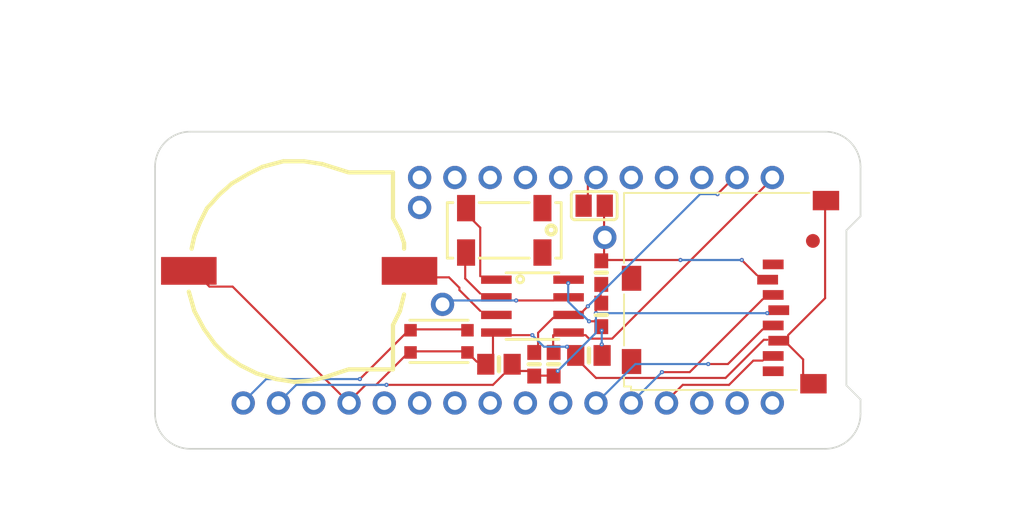
<source format=kicad_pcb>
(kicad_pcb (version 20221018) (generator pcbnew)
  (layers (0 "F.Cu" signal "Top") (31 "B.Cu" signal "Bottom") (34 "B.Paste" user) (35 "F.Paste" user) (36 "B.SilkS" user "B.Silkscreen") (37 "F.SilkS" user "F.Silkscreen") (38 "B.Mask" user) (39 "F.Mask" user) (44 "Edge.Cuts" user))
  (net 0 "")
  (net 1 "G")
  (net 2 "TX")
  (net 3 "RX")
  (net 4 "F")
  (net 5 "E")
  (net 6 "D")
  (net 7 "C")
  (net 8 "B")
  (net 9 "A")
  (net 10 "AREF")
  (net 11 "USB")
  (net 12 "N")
  (net 13 "M")
  (net 14 "L")
  (net 15 "J")
  (net 16 "I")
  (net 17 "H")
  (net 18 "SCL")
  (net 19 "SDA")
  (net 20 "GND")
  (net 21 "MOSI")
  (net 22 "MISO")
  (net 23 "SCK")
  (net 24 "+3V3")
  (net 25 "SD_CS")
  (net 26 "RESET")
  (net 27 "N$7")
  (net 28 "N$8")
  (net 29 "VBAT")
  (net 30 "EN")
  (net 31 "CR1220")
  (net 32 "INT1")
  (net 33 "CS")
  (net 34 "N$1")
  (footprint "MICROSD" (layer "F.Cu") (at 167.132 105.156 90)
    (fp_text reference "X4" hide)
    (fp_text value "microsd" hide)
    (fp_line (start -7.035 -9.76) (end -7.035 2.19) (layer "F.SilkS") (stroke (width 0.127)))
    (fp_line (start -6.785 -10.26) (end -6.785 -9.76) (layer "F.SilkS") (stroke (width 0.127)))
    (fp_line (start -6.785 -9.76) (end -7.035 -9.76) (layer "F.SilkS") (stroke (width 0.127)))
    (fp_line (start -6.135 -10.26) (end -6.785 -10.26) (layer "F.SilkS") (stroke (width 0.127)))
    (fp_line (start -3.835 -10.26) (end -0.135 -10.26) (layer "F.SilkS") (stroke (width 0.127)))
    (fp_line (start 2.115 -10.26) (end 7.165 -10.26) (layer "F.SilkS") (stroke (width 0.127)))
    (fp_line (start 7.165 -10.26) (end 7.165 3.09) (layer "F.SilkS") (stroke (width 0.127)))
    (pad "1" smd rect locked (at 2.015 0.48 90) (size 0.7 1.5) (layers "F.Cu" "F.Paste" "F.Mask"))
    (pad "2" smd rect locked (at 0.915 0.08 90) (size 0.7 1.5) (layers "F.Cu" "F.Paste" "F.Mask") (net 25 "SD_CS"))
    (pad "3" smd rect locked (at -0.185 0.48 90) (size 0.7 1.5) (layers "F.Cu" "F.Paste" "F.Mask") (net 21 "MOSI"))
    (pad "4" smd rect locked (at -1.285 0.88 90) (size 0.7 1.5) (layers "F.Cu" "F.Paste" "F.Mask") (net 24 "+3V3"))
    (pad "5" smd rect locked (at -2.385 0.48 90) (size 0.7 1.5) (layers "F.Cu" "F.Paste" "F.Mask") (net 23 "SCK"))
    (pad "6" smd rect locked (at -3.485 0.88 90) (size 0.7 1.5) (layers "F.Cu" "F.Paste" "F.Mask") (net 20 "GND"))
    (pad "7" smd rect locked (at -4.585 0.48 90) (size 0.7 1.5) (layers "F.Cu" "F.Paste" "F.Mask") (net 22 "MISO"))
    (pad "8" smd rect locked (at -5.685 0.48 90) (size 0.7 1.5) (layers "F.Cu" "F.Paste" "F.Mask"))
    (pad "CD1" smd rect locked (at -4.985 -9.72 180) (size 1.4 1.8) (layers "F.Cu" "F.Paste" "F.Mask"))
    (pad "CD2" smd rect locked (at 1.015 -9.72 180) (size 1.4 1.8) (layers "F.Cu" "F.Paste" "F.Mask"))
    (pad "MT1" smd rect locked (at -6.585 3.38 90) (size 1.4 1.9) (layers "F.Cu" "F.Paste" "F.Mask") (net 20 "GND"))
    (pad "MT2" smd rect locked (at 6.615 4.28 90) (size 1.4 1.9) (layers "F.Cu" "F.Paste" "F.Mask") (net 20 "GND"))
  )
  (footprint "BTN_KMR2_4.6X2.8" (layer "F.Cu") (at 143.5481 108.6866 180)
    (fp_text reference "SW1" hide)
    (fp_text value "KMR2" hide)
    (fp_line (start -2.1 -1.5254) (end 2.1 -1.5254) (layer "F.SilkS") (stroke (width 0.2032)))
    (fp_line (start 2.1 1.5254) (end -2.1 1.5254) (layer "F.SilkS") (stroke (width 0.2032)))
    (pad "A" smd rect (at 2.05 -0.8 180) (size 0.9 0.9) (layers "F.Cu" "F.Paste" "F.Mask") (net 20 "GND"))
    (pad "A'" smd rect (at -2.05 -0.8 180) (size 0.9 0.9) (layers "F.Cu" "F.Paste" "F.Mask") (net 20 "GND"))
    (pad "B" smd rect (at 2.05 0.8 180) (size 0.9 0.9) (layers "F.Cu" "F.Paste" "F.Mask") (net 26 "RESET"))
    (pad "B'" smd rect (at -2.05 0.8 180) (size 0.9 0.9) (layers "F.Cu" "F.Paste" "F.Mask") (net 26 "RESET"))
  )
  (footprint "SOIC8_150MIL" (layer "F.Cu") (at 150.2791 106.1466 -90)
    (fp_text reference "IC1" hide)
    (fp_text value "PCF8523T" hide)
    (fp_line (start -2.4 1.9) (end -2.4 -1.9) (layer "F.SilkS") (stroke (width 0.2032)))
    (fp_line (start 2.4 -1.9) (end 2.4 1.9) (layer "F.SilkS") (stroke (width 0.2032)))
    (fp_circle (center -1.9304 0.889) (end -1.6764 0.889) (layer "F.SilkS") (stroke (width 0.2032)) (fill none))
    (pad "1" smd rect (at -1.905 2.6 270) (size 0.6 2.2) (layers "F.Cu" "F.Paste" "F.Mask") (net 27 "N$7"))
    (pad "2" smd rect (at -0.635 2.6 270) (size 0.6 2.2) (layers "F.Cu" "F.Paste" "F.Mask") (net 28 "N$8"))
    (pad "3" smd rect (at 0.635 2.6 270) (size 0.6 2.2) (layers "F.Cu" "F.Paste" "F.Mask") (net 31 "CR1220"))
    (pad "4" smd rect (at 1.905 2.6 270) (size 0.6 2.2) (layers "F.Cu" "F.Paste" "F.Mask") (net 20 "GND"))
    (pad "5" smd rect (at 1.905 -2.6 270) (size 0.6 2.2) (layers "F.Cu" "F.Paste" "F.Mask") (net 19 "SDA"))
    (pad "6" smd rect (at 0.635 -2.6 270) (size 0.6 2.2) (layers "F.Cu" "F.Paste" "F.Mask") (net 18 "SCL"))
    (pad "7" smd rect (at -0.635 -2.6 270) (size 0.6 2.2) (layers "F.Cu" "F.Paste" "F.Mask") (net 32 "INT1"))
    (pad "8" smd rect (at -1.905 -2.6 270) (size 0.6 2.2) (layers "F.Cu" "F.Paste" "F.Mask") (net 34 "N$1"))
  )
  (footprint "CRYSTAL_8X3.8" (layer "F.Cu") (at 148.2471 100.6856)
    (fp_text reference "Y1" hide)
    (fp_text value "32khz" hide)
    (fp_line (start -4.1 -2) (end -4.1 2) (layer "F.SilkS") (stroke (width 0.2032)))
    (fp_line (start -4.1 2) (end -3.7 2) (layer "F.SilkS") (stroke (width 0.2032)))
    (fp_line (start -3.7 -2) (end -4.1 -2) (layer "F.SilkS") (stroke (width 0.2032)))
    (fp_line (start -1.8 -2) (end 1.8 -2) (layer "F.SilkS") (stroke (width 0.2032)))
    (fp_line (start -1.8 2) (end 1.8 2) (layer "F.SilkS") (stroke (width 0.2032)))
    (fp_line (start 3.7 -2) (end 4.1 -2) (layer "F.SilkS") (stroke (width 0.2032)))
    (fp_line (start 4.1 -2) (end 4.1 2) (layer "F.SilkS") (stroke (width 0.2032)))
    (fp_line (start 4.1 2) (end 3.7 2) (layer "F.SilkS") (stroke (width 0.2032)))
    (fp_circle (center 3.3782 -0.0254) (end 3.701487 -0.0254) (layer "F.SilkS") (stroke (width 0.3048)) (fill none))
    (pad "P$1" smd rect (at -2.75 1.6) (size 1.3 1.9) (layers "F.Cu" "F.Paste" "F.Mask") (net 28 "N$8"))
    (pad "P$2" smd rect (at 2.75 1.6) (size 1.3 1.9) (layers "F.Cu" "F.Paste" "F.Mask"))
    (pad "P$3" smd rect (at 2.75 -1.6) (size 1.3 1.9) (layers "F.Cu" "F.Paste" "F.Mask"))
    (pad "P$4" smd rect (at -2.75 -1.6) (size 1.3 1.9) (layers "F.Cu" "F.Paste" "F.Mask") (net 27 "N$7"))
  )
  (footprint "0603-NO" (layer "F.Cu") (at 151.8031 110.3376 -90)
    (fp_text reference "R1" hide)
    (fp_text value "10K" hide)
    (fp_line (start 0 -0.4) (end 0 0.4) (layer "F.SilkS") (stroke (width 0.3048)))
    (pad "1" smd rect (at -0.85 0 270) (size 1.075 1) (layers "F.Cu" "F.Paste" "F.Mask") (net 19 "SDA"))
    (pad "2" smd rect (at 0.85 0 270) (size 1.075 1) (layers "F.Cu" "F.Paste" "F.Mask") (net 24 "+3V3"))
  )
  (footprint "0603-NO" (layer "F.Cu") (at 150.4061 110.3376 -90)
    (fp_text reference "R2" hide)
    (fp_text value "10K" hide)
    (fp_line (start 0 -0.4) (end 0 0.4) (layer "F.SilkS") (stroke (width 0.3048)))
    (pad "1" smd rect (at -0.85 0 270) (size 1.075 1) (layers "F.Cu" "F.Paste" "F.Mask") (net 18 "SCL"))
    (pad "2" smd rect (at 0.85 0 270) (size 1.075 1) (layers "F.Cu" "F.Paste" "F.Mask") (net 24 "+3V3"))
  )
  (footprint "0603-NO" (layer "F.Cu") (at 155.2321 103.7336 -90)
    (fp_text reference "R3" hide)
    (fp_text value "100K" hide)
    (fp_line (start 0 -0.4) (end 0 0.4) (layer "F.SilkS") (stroke (width 0.3048)))
    (pad "1" smd rect (at -0.85 0 270) (size 1.075 1) (layers "F.Cu" "F.Paste" "F.Mask") (net 25 "SD_CS"))
    (pad "2" smd rect (at 0.85 0 270) (size 1.075 1) (layers "F.Cu" "F.Paste" "F.Mask") (net 24 "+3V3"))
  )
  (footprint "CR1220-2" (layer "F.Cu") (at 133.1341 103.6066)
    (fp_text reference "B1" hide)
    (fp_text value "cr1220" hide)
    (fp_line (start -7.6 1.5) (end -7.2 2.9) (layer "F.SilkS") (stroke (width 0.3048)))
    (fp_line (start -7.4 -1.6) (end -7.2 -2.5) (layer "F.SilkS") (stroke (width 0.3048)))
    (fp_line (start -7.2 -2.5) (end -6.8 -3.5) (layer "F.SilkS") (stroke (width 0.3048)))
    (fp_line (start -7.2 2.9) (end -6.5 4.2) (layer "F.SilkS") (stroke (width 0.3048)))
    (fp_line (start -6.8 -3.5) (end -6.3 -4.5) (layer "F.SilkS") (stroke (width 0.3048)))
    (fp_line (start -6.5 4.2) (end -5.7 5.3) (layer "F.SilkS") (stroke (width 0.3048)))
    (fp_line (start -6.3 -4.5) (end -5.4 -5.5) (layer "F.SilkS") (stroke (width 0.3048)))
    (fp_line (start -5.7 5.3) (end -4.9 6.1) (layer "F.SilkS") (stroke (width 0.3048)))
    (fp_line (start -5.4 -5.5) (end -4.5 -6.3) (layer "F.SilkS") (stroke (width 0.3048)))
    (fp_line (start -4.9 6.1) (end -3.9 6.8) (layer "F.SilkS") (stroke (width 0.3048)))
    (fp_line (start -4.5 -6.3) (end -3.3 -7) (layer "F.SilkS") (stroke (width 0.3048)))
    (fp_line (start -3.9 6.8) (end -2.7 7.4) (layer "F.SilkS") (stroke (width 0.3048)))
    (fp_line (start -3.3 -7) (end -2.3 -7.5) (layer "F.SilkS") (stroke (width 0.3048)))
    (fp_line (start -2.7 7.4) (end -1.3 7.8) (layer "F.SilkS") (stroke (width 0.3048)))
    (fp_line (start -2.3 -7.5) (end -0.8 -7.9) (layer "F.SilkS") (stroke (width 0.3048)))
    (fp_line (start -1.3 7.8) (end 0 8) (layer "F.SilkS") (stroke (width 0.3048)))
    (fp_line (start -0.8 -7.9) (end 0.7 -7.9) (layer "F.SilkS") (stroke (width 0.3048)))
    (fp_line (start 0 8) (end 1.2 7.9) (layer "F.SilkS") (stroke (width 0.3048)))
    (fp_line (start 0.7 -7.9) (end 2 -7.7) (layer "F.SilkS") (stroke (width 0.3048)))
    (fp_line (start 1.2 7.9) (end 2.5 7.6) (layer "F.SilkS") (stroke (width 0.3048)))
    (fp_line (start 2 -7.7) (end 3.9 -7.1) (layer "F.SilkS") (stroke (width 0.3048)))
    (fp_line (start 2.4 7.6) (end 3.9 7.1) (layer "F.SilkS") (stroke (width 0.3048)))
    (fp_line (start 3.95 -7.1) (end 7.1 -7.1) (layer "F.SilkS") (stroke (width 0.3048)))
    (fp_line (start 3.95 7.1) (end 7.1 7.1) (layer "F.SilkS") (stroke (width 0.3048)))
    (fp_line (start 7.1 -7.1) (end 7.1 -3.8) (layer "F.SilkS") (stroke (width 0.3048)))
    (fp_line (start 7.1 -3.8) (end 7.6 -2.9) (layer "F.SilkS") (stroke (width 0.3048)))
    (fp_line (start 7.1 3.9) (end 7.6 2.9) (layer "F.SilkS") (stroke (width 0.3048)))
    (fp_line (start 7.1 7.1) (end 7.1 3.9) (layer "F.SilkS") (stroke (width 0.3048)))
    (fp_line (start 7.6 -2.9) (end 7.9 -2) (layer "F.SilkS") (stroke (width 0.3048)))
    (fp_line (start 7.6 2.9) (end 7.9 1.7) (layer "F.SilkS") (stroke (width 0.3048)))
    (fp_line (start 7.9 -2) (end 7.9 -1.6) (layer "F.SilkS") (stroke (width 0.3048)))
    (pad "" np_thru_hole circle locked (at -3.5 0) (size 1.5 1.5) (drill 1.5) (layers *.Cu *.Mask))
    (pad "" np_thru_hole circle locked (at 3.95 0) (size 1.5 1.5) (drill 1.5) (layers *.Cu *.Mask))
    (pad "+" smd rect locked (at 8.29 0) (size 4 2) (layers "F.Cu" "F.Paste" "F.Mask") (net 31 "CR1220"))
    (pad "-" smd rect locked (at -7.6 0) (size 4 2) (layers "F.Cu" "F.Paste" "F.Mask") (net 20 "GND"))
  )
  (footprint "0805-NO" (layer "F.Cu") (at 154.3431 109.7026 180)
    (fp_text reference "C1" hide)
    (fp_text value "10uF" hide)
    (fp_line (start 0 -0.508) (end 0 0.508) (layer "F.SilkS") (stroke (width 0.3048)))
    (pad "1" smd rect (at -0.95 0 180) (size 1.24 1.5) (layers "F.Cu" "F.Paste" "F.Mask") (net 34 "N$1"))
    (pad "2" smd rect (at 0.95 0 180) (size 1.24 1.5) (layers "F.Cu" "F.Paste" "F.Mask") (net 20 "GND"))
  )
  (footprint "1X11_ROUND" (layer "F.Cu") (at 154.8511 96.8756)
    (fp_text reference "JP1" hide)
    (fp_text value "")
    (pad "1" thru_hole circle locked (at -12.7 0 90) (size 1.6764 1.6764) (drill 1) (layers *.Cu *.Mask) (net 30 "EN"))
    (pad "2" thru_hole circle locked (at -10.16 0 90) (size 1.6764 1.6764) (drill 1) (layers *.Cu *.Mask) (net 11 "USB"))
    (pad "3" thru_hole circle locked (at -7.62 0 90) (size 1.6764 1.6764) (drill 1) (layers *.Cu *.Mask) (net 12 "N"))
    (pad "4" thru_hole circle locked (at -5.08 0 90) (size 1.6764 1.6764) (drill 1) (layers *.Cu *.Mask) (net 13 "M"))
    (pad "5" thru_hole circle locked (at -2.54 0 90) (size 1.6764 1.6764) (drill 1) (layers *.Cu *.Mask) (net 14 "L"))
    (pad "6" thru_hole circle locked (at 0 0 90) (size 1.6764 1.6764) (drill 1) (layers *.Cu *.Mask) (net 33 "CS"))
    (pad "7" thru_hole circle locked (at 2.54 0 90) (size 1.6764 1.6764) (drill 1) (layers *.Cu *.Mask) (net 15 "J"))
    (pad "8" thru_hole circle locked (at 5.08 0 90) (size 1.6764 1.6764) (drill 1) (layers *.Cu *.Mask) (net 16 "I"))
    (pad "9" thru_hole circle locked (at 7.62 0 90) (size 1.6764 1.6764) (drill 1) (layers *.Cu *.Mask) (net 17 "H"))
    (pad "10" thru_hole circle locked (at 10.16 0 90) (size 1.6764 1.6764) (drill 1) (layers *.Cu *.Mask) (net 18 "SCL"))
    (pad "11" thru_hole circle locked (at 12.7 0 90) (size 1.6764 1.6764) (drill 1) (layers *.Cu *.Mask) (net 19 "SDA"))
  )
  (footprint "1X16_ROUND" (layer "F.Cu") (at 148.5011 113.1316 180)
    (fp_text reference "JP2" hide)
    (fp_text value "")
    (pad "1" thru_hole circle locked (at -19.05 0 270) (size 1.6764 1.6764) (drill 1) (layers *.Cu *.Mask) (net 1 "G"))
    (pad "2" thru_hole circle locked (at -16.51 0 270) (size 1.6764 1.6764) (drill 1) (layers *.Cu *.Mask) (net 2 "TX"))
    (pad "3" thru_hole circle locked (at -13.97 0 270) (size 1.6764 1.6764) (drill 1) (layers *.Cu *.Mask) (net 3 "RX"))
    (pad "4" thru_hole circle locked (at -11.43 0 270) (size 1.6764 1.6764) (drill 1) (layers *.Cu *.Mask) (net 22 "MISO"))
    (pad "5" thru_hole circle locked (at -8.89 0 270) (size 1.6764 1.6764) (drill 1) (layers *.Cu *.Mask) (net 21 "MOSI"))
    (pad "6" thru_hole circle locked (at -6.35 0 270) (size 1.6764 1.6764) (drill 1) (layers *.Cu *.Mask) (net 23 "SCK"))
    (pad "7" thru_hole circle locked (at -3.81 0 270) (size 1.6764 1.6764) (drill 1) (layers *.Cu *.Mask) (net 4 "F"))
    (pad "8" thru_hole circle locked (at -1.27 0 270) (size 1.6764 1.6764) (drill 1) (layers *.Cu *.Mask) (net 5 "E"))
    (pad "9" thru_hole circle locked (at 1.27 0 270) (size 1.6764 1.6764) (drill 1) (layers *.Cu *.Mask) (net 6 "D"))
    (pad "10" thru_hole circle locked (at 3.81 0 270) (size 1.6764 1.6764) (drill 1) (layers *.Cu *.Mask) (net 7 "C"))
    (pad "11" thru_hole circle locked (at 6.35 0 270) (size 1.6764 1.6764) (drill 1) (layers *.Cu *.Mask) (net 8 "B"))
    (pad "12" thru_hole circle locked (at 8.89 0 270) (size 1.6764 1.6764) (drill 1) (layers *.Cu *.Mask) (net 9 "A"))
    (pad "13" thru_hole circle locked (at 11.43 0 270) (size 1.6764 1.6764) (drill 1) (layers *.Cu *.Mask) (net 20 "GND"))
    (pad "14" thru_hole circle locked (at 13.97 0 270) (size 1.6764 1.6764) (drill 1) (layers *.Cu *.Mask) (net 10 "AREF"))
    (pad "15" thru_hole circle locked (at 16.51 0 270) (size 1.6764 1.6764) (drill 1) (layers *.Cu *.Mask) (net 24 "+3V3"))
    (pad "16" thru_hole circle locked (at 19.05 0 270) (size 1.6764 1.6764) (drill 1) (layers *.Cu *.Mask) (net 26 "RESET"))
  )
  (footprint "1X01_ROUND" (layer "F.Cu") (at 142.1511 99.0346)
    (fp_text reference "JP3" hide)
    (fp_text value "")
    (pad "1" thru_hole circle locked (at 0 0 90) (size 1.6764 1.6764) (drill 1) (layers *.Cu *.Mask) (net 29 "VBAT"))
  )
  (footprint "1X01_ROUND" (layer "F.Cu") (at 155.4861 101.1936)
    (fp_text reference "SDCS" hide)
    (fp_text value "")
    (pad "1" thru_hole circle (at 0 0 90) (size 1.6764 1.6764) (drill 1) (layers *.Cu *.Mask) (net 25 "SD_CS"))
  )
  (footprint "SOLDERJUMPER_CLOSEDWIRE" (layer "F.Cu") (at 154.7241 98.9076)
    (fp_text reference "SJ1" hide)
    (fp_text value "")
    (fp_line (start -1.651 0.762) (end -1.651 -0.762) (layer "F.SilkS") (stroke (width 0.2032)))
    (fp_line (start -1.397 -1.016) (end 1.397 -1.016) (layer "F.SilkS") (stroke (width 0.2032)))
    (fp_line (start 1.397 1.016) (end -1.397 1.016) (layer "F.SilkS") (stroke (width 0.2032)))
    (fp_line (start 1.651 0.762) (end 1.651 -0.762) (layer "F.SilkS") (stroke (width 0.2032)))
    (fp_arc (start -1.651 -0.762) (mid -1.576605 -0.941605) (end -1.397 -1.016) (layer "F.SilkS") (stroke (width 0.2032)))
    (fp_arc (start -1.397 1.016) (mid -1.576605 0.941605) (end -1.651 0.762) (layer "F.SilkS") (stroke (width 0.2032)))
    (fp_arc (start 1.397 -1.016) (mid 1.576605 -0.941605) (end 1.651 -0.762) (layer "F.SilkS") (stroke (width 0.2032)))
    (fp_arc (start 1.651 0.762) (mid 1.576605 0.941605) (end 1.397 1.016) (layer "F.SilkS") (stroke (width 0.2032)))
    (pad "1" smd rect (at -0.762 0) (size 1.1684 1.6002) (layers "F.Cu" "F.Mask") (net 33 "CS"))
    (pad "2" smd rect (at 0.762 0) (size 1.1684 1.6002) (layers "F.Cu" "F.Mask") (net 25 "SD_CS"))
  )
  (footprint "1X01_ROUND" (layer "F.Cu") (at 143.8021 106.0196)
    (fp_text reference "INT1" hide)
    (fp_text value "")
    (pad "1" thru_hole circle (at 0 0 90) (size 1.6764 1.6764) (drill 1) (layers *.Cu *.Mask) (net 32 "INT1"))
  )
  (footprint "FIDUCIAL_1MM" (layer "F.Cu") (at 170.4721 101.4476)
    (fp_text reference "FID1" hide)
    (fp_text value "FIDUCIAL_1MM" hide)
    (pad "1" smd roundrect (at 0 0) (size 1 1) (layers "F.Cu" "F.Mask") (roundrect_rratio 0.5))
  )
  (footprint "0603-NO" (layer "F.Cu") (at 155.2321 106.7816 -90)
    (fp_text reference "R4" hide)
    (fp_text value "1K" hide)
    (fp_line (start 0 -0.4) (end 0 0.4) (layer "F.SilkS") (stroke (width 0.3048)))
    (pad "1" smd rect (at -0.85 0 270) (size 1.075 1) (layers "F.Cu" "F.Paste" "F.Mask") (net 24 "+3V3"))
    (pad "2" smd rect (at 0.85 0 270) (size 1.075 1) (layers "F.Cu" "F.Paste" "F.Mask") (net 34 "N$1"))
  )
  (footprint "0805-NO" (layer "F.Cu") (at 147.8661 110.3376 180)
    (fp_text reference "C2" hide)
    (fp_text value "10uF" hide)
    (fp_line (start 0 -0.508) (end 0 0.508) (layer "F.SilkS") (stroke (width 0.3048)))
    (pad "1" smd rect (at -0.95 0 180) (size 1.24 1.5) (layers "F.Cu" "F.Paste" "F.Mask") (net 24 "+3V3"))
    (pad "2" smd rect (at 0.95 0 180) (size 1.24 1.5) (layers "F.Cu" "F.Paste" "F.Mask") (net 20 "GND"))
  )
  (gr_line (start 172.8851 100.6856) (end 172.8851 111.8616) (layer "Edge.Cuts") (width 0.12))
  (gr_arc (start 173.9011 113.8936) (mid 173.157151 115.689651) (end 171.3611 116.4336) (layer "Edge.Cuts") (width 0.12))
  (gr_line (start 173.9011 99.6696) (end 172.8851 100.6856) (layer "Edge.Cuts") (width 0.12))
  (gr_arc (start 125.6411 116.4336) (mid 123.845049 115.689651) (end 123.1011 113.8936) (layer "Edge.Cuts") (width 0.12))
  (gr_line (start 172.8851 111.8616) (end 173.9011 112.8776) (layer "Edge.Cuts") (width 0.12))
  (gr_line (start 123.1011 113.8936) (end 123.1011 96.1136) (layer "Edge.Cuts") (width 0.12))
  (gr_line (start 173.9011 112.8776) (end 173.9011 113.8936) (layer "Edge.Cuts") (width 0.12))
  (gr_line (start 171.3611 93.5736) (end 125.6411 93.5736) (layer "Edge.Cuts") (width 0.12))
  (gr_arc (start 123.1011 96.1136) (mid 123.845049 94.317549) (end 125.6411 93.5736) (layer "Edge.Cuts") (width 0.12))
  (gr_arc (start 171.3611 93.5736) (mid 173.157151 94.317549) (end 173.9011 96.1136) (layer "Edge.Cuts") (width 0.12))
  (gr_line (start 171.3611 116.4336) (end 125.6411 116.4336) (layer "Edge.Cuts") (width 0.12))
  (gr_line (start 173.9011 96.1136) (end 173.9011 99.6696) (layer "Edge.Cuts") (width 0.12))
  (segment (start 150.68443333333335 109.0736) (end 150.68443333333335 108.0736) (width 0.1524) (layer "F.Cu") (net 18))
  (segment (start 150.68443333333335 108.0736) (end 151.76776666666666 106.99026666666667) (width 0.1524) (layer "F.Cu") (net 18))
  (segment (start 164.3511 97.3236) (end 163.6011 98.0736) (width 0.1524) (layer "F.Cu") (net 18))
  (via micro (at 163.6011 98.0736) (size 0.3) (drill 0.1) (layers "F.Cu" "B.Cu") (net 18))
  (segment (start 163.6011 98.0736) (end 162.3511 98.0736) (width 0.1524) (layer "B.Cu") (net 18))
  (segment (start 162.3511 98.0736) (end 154.26776666666666 106.15693333333333) (width 0.1524) (layer "B.Cu") (net 18))
  (via micro (at 154.26776666666666 106.15693333333333) (size 0.3) (drill 0.1) (layers "F.Cu" "B.Cu") (net 18))
  (segment (start 154.26776666666666 106.15693333333333) (end 153.93443333333335 106.49026666666667) (width 0.1524) (layer "F.Cu") (net 18))
  (segment (start 151.76776666666666 109.0736) (end 151.76776666666666 108.24026666666667) (width 0.1524) (layer "F.Cu") (net 19))
  (segment (start 167.1011 97.40693333333333) (end 156.01776666666666 108.49026666666667) (width 0.1524) (layer "F.Cu") (net 19))
  (segment (start 156.01776666666666 108.49026666666667) (end 154.3511 108.49026666666667) (width 0.1524) (layer "F.Cu") (net 19))
  (segment (start 154.3511 108.49026666666667) (end 154.1011 108.24026666666667) (width 0.1524) (layer "F.Cu") (net 19))
  (segment (start 154.1011 108.24026666666667) (end 153.93443333333335 108.24026666666667) (width 0.1524) (layer "F.Cu") (net 19))
  (segment (start 146.26776666666666 110.15693333333333) (end 145.76776666666666 109.65693333333333) (width 0.1524) (layer "F.Cu") (net 20))
  (segment (start 147.43443333333335 108.24026666666667) (end 147.43443333333335 109.5736) (width 0.1524) (layer "F.Cu") (net 20))
  (segment (start 141.68443333333335 109.40693333333333) (end 145.26776666666666 109.40693333333333) (width 0.1524) (layer "F.Cu") (net 20))
  (segment (start 137.6011 112.49026666666667) (end 138.26776666666666 111.8236) (width 0.1524) (layer "F.Cu") (net 20))
  (segment (start 138.26776666666666 111.8236) (end 139.01776666666666 111.8236) (width 0.1524) (layer "F.Cu") (net 20))
  (segment (start 139.01776666666666 111.8236) (end 141.18443333333335 109.65693333333333) (width 0.1524) (layer "F.Cu") (net 20))
  (via micro (at 152.76776666666666 109.0736) (size 0.3) (drill 0.1) (layers "F.Cu" "B.Cu") (net 20))
  (segment (start 152.76776666666666 109.0736) (end 151.1011 109.0736) (width 0.1524) (layer "B.Cu") (net 20))
  (segment (start 151.1011 109.0736) (end 150.26776666666666 108.24026666666667) (width 0.1524) (layer "B.Cu") (net 20))
  (via micro (at 150.26776666666666 108.24026666666667) (size 0.3) (drill 0.1) (layers "F.Cu" "B.Cu") (net 20))
  (segment (start 150.26776666666666 108.24026666666667) (end 148.68443333333335 108.24026666666667) (width 0.1524) (layer "F.Cu") (net 20))
  (segment (start 167.18443333333335 108.5736) (end 166.93443333333335 108.5736) (width 0.1524) (layer "F.Cu") (net 20))
  (segment (start 166.93443333333335 108.5736) (end 164.18443333333335 111.3236) (width 0.1524) (layer "F.Cu") (net 20))
  (segment (start 164.18443333333335 111.3236) (end 154.8511 111.3236) (width 0.1524) (layer "F.Cu") (net 20))
  (segment (start 154.8511 111.3236) (end 153.93443333333335 110.40693333333333) (width 0.1524) (layer "F.Cu") (net 20))
  (segment (start 171.3511 99.15693333333333) (end 171.3511 105.5736) (width 0.1524) (layer "F.Cu") (net 20))
  (segment (start 171.3511 105.5736) (end 168.68443333333335 108.24026666666667) (width 0.1524) (layer "F.Cu") (net 20))
  (segment (start 169.76776666666666 111.0736) (end 169.76776666666666 109.99026666666667) (width 0.1524) (layer "F.Cu") (net 20))
  (segment (start 169.76776666666666 109.99026666666667) (end 168.68443333333335 108.90693333333333) (width 0.1524) (layer "F.Cu") (net 20))
  (segment (start 126.8511 104.5736) (end 127.01776666666667 104.74026666666667) (width 0.1524) (layer "F.Cu") (net 20))
  (segment (start 127.01776666666667 104.74026666666667) (end 128.68443333333335 104.74026666666667) (width 0.1524) (layer "F.Cu") (net 20))
  (segment (start 128.68443333333335 104.74026666666667) (end 136.43443333333335 112.49026666666667) (width 0.1524) (layer "F.Cu") (net 20))
  (segment (start 157.93443333333335 112.5736) (end 159.6011 110.90693333333333) (width 0.1524) (layer "B.Cu") (net 21))
  (via micro (at 159.6011 110.90693333333333) (size 0.3) (drill 0.1) (layers "F.Cu" "B.Cu") (net 21))
  (segment (start 159.6011 110.90693333333333) (end 161.6011 110.90693333333333) (width 0.1524) (layer "F.Cu") (net 21))
  (segment (start 161.6011 110.90693333333333) (end 166.8511 105.65693333333333) (width 0.1524) (layer "F.Cu") (net 21))
  (segment (start 160.43443333333335 112.49026666666667) (end 161.1011 111.8236) (width 0.1524) (layer "F.Cu") (net 22))
  (segment (start 161.1011 111.8236) (end 164.43443333333335 111.8236) (width 0.1524) (layer "F.Cu") (net 22))
  (segment (start 164.43443333333335 111.8236) (end 166.18443333333335 110.0736) (width 0.1524) (layer "F.Cu") (net 22))
  (segment (start 166.18443333333335 110.0736) (end 166.8511 110.0736) (width 0.1524) (layer "F.Cu") (net 22))
  (segment (start 155.43443333333335 112.5736) (end 157.68443333333335 110.3236) (width 0.1524) (layer "B.Cu") (net 23))
  (segment (start 157.68443333333335 110.3236) (end 162.93443333333335 110.3236) (width 0.1524) (layer "B.Cu") (net 23))
  (via micro (at 162.93443333333335 110.3236) (size 0.3) (drill 0.1) (layers "F.Cu" "B.Cu") (net 23))
  (segment (start 162.93443333333335 110.3236) (end 164.3511 110.3236) (width 0.1524) (layer "F.Cu") (net 23))
  (segment (start 164.3511 110.3236) (end 166.8511 107.8236) (width 0.1524) (layer "F.Cu") (net 23))
  (segment (start 155.18443333333335 105.5736) (end 155.18443333333335 104.90693333333333) (width 0.1524) (layer "F.Cu") (net 24))
  (via micro (at 152.1011 110.8236) (size 0.3) (drill 0.1) (layers "F.Cu" "B.Cu") (net 24))
  (segment (start 152.1011 110.8236) (end 154.8511 108.0736) (width 0.1524) (layer "B.Cu") (net 24))
  (segment (start 154.8511 108.0736) (end 154.8511 106.65693333333333) (width 0.1524) (layer "B.Cu") (net 24))
  (via micro (at 154.8511 106.65693333333333) (size 0.3) (drill 0.1) (layers "F.Cu" "B.Cu") (net 24))
  (segment (start 154.8511 106.65693333333333) (end 154.8511 106.24026666666667) (width 0.1524) (layer "F.Cu") (net 24))
  (segment (start 150.68443333333335 111.15693333333333) (end 151.43443333333335 111.15693333333333) (width 0.1524) (layer "F.Cu") (net 24))
  (segment (start 149.3511 110.8236) (end 150.01776666666666 110.8236) (width 0.1524) (layer "F.Cu") (net 24))
  (via micro (at 167.18443333333335 106.65693333333333) (size 0.3) (drill 0.1) (layers "F.Cu" "B.Cu") (net 24))
  (segment (start 167.18443333333335 106.65693333333333) (end 154.8511 106.65693333333333) (width 0.1524) (layer "B.Cu") (net 24))
  (via micro (at 154.8511 106.65693333333333) (size 0.3) (drill 0.1) (layers "F.Cu" "B.Cu") (net 24))
  (segment (start 154.8511 106.65693333333333) (end 154.8511 106.3236) (width 0.1524) (layer "F.Cu") (net 24))
  (segment (start 154.8511 106.3236) (end 154.93443333333335 106.24026666666667) (width 0.1524) (layer "F.Cu") (net 24))
  (segment (start 132.51776666666666 112.5736) (end 133.26776666666666 111.8236) (width 0.1524) (layer "B.Cu") (net 24))
  (segment (start 133.26776666666666 111.8236) (end 139.76776666666666 111.8236) (width 0.1524) (layer "B.Cu") (net 24))
  (via micro (at 139.76776666666666 111.8236) (size 0.3) (drill 0.1) (layers "F.Cu" "B.Cu") (net 24))
  (segment (start 139.76776666666666 111.8236) (end 147.43443333333335 111.8236) (width 0.1524) (layer "F.Cu") (net 24))
  (segment (start 147.43443333333335 111.8236) (end 148.18443333333335 111.0736) (width 0.1524) (layer "F.Cu") (net 24))
  (segment (start 155.43443333333335 101.74026666666667) (end 155.43443333333335 102.49026666666667) (width 0.1524) (layer "F.Cu") (net 25))
  (segment (start 155.43443333333335 99.65693333333333) (end 155.43443333333335 100.5736) (width 0.1524) (layer "F.Cu") (net 25))
  (segment (start 166.43443333333335 103.90693333333333) (end 165.3511 102.8236) (width 0.1524) (layer "F.Cu") (net 25))
  (via micro (at 165.3511 102.8236) (size 0.3) (drill 0.1) (layers "F.Cu" "B.Cu") (net 25))
  (segment (start 165.3511 102.8236) (end 160.93443333333335 102.8236) (width 0.1524) (layer "B.Cu") (net 25))
  (via micro (at 160.93443333333335 102.8236) (size 0.3) (drill 0.1) (layers "F.Cu" "B.Cu") (net 25))
  (segment (start 160.93443333333335 102.8236) (end 155.51776666666666 102.8236) (width 0.1524) (layer "F.Cu") (net 25))
  (segment (start 145.26776666666666 107.8236) (end 141.68443333333335 107.8236) (width 0.1524) (layer "F.Cu") (net 26))
  (segment (start 130.01776666666666 112.49026666666667) (end 131.1011 111.40693333333333) (width 0.1524) (layer "B.Cu") (net 26))
  (segment (start 131.1011 111.40693333333333) (end 137.8511 111.40693333333333) (width 0.1524) (layer "B.Cu") (net 26))
  (via micro (at 137.8511 111.40693333333333) (size 0.3) (drill 0.1) (layers "F.Cu" "B.Cu") (net 26))
  (segment (start 137.8511 111.40693333333333) (end 141.18443333333335 108.0736) (width 0.1524) (layer "F.Cu") (net 26))
  (segment (start 146.01776666666666 99.99026666666667) (end 146.51776666666666 100.49026666666667) (width 0.1524) (layer "F.Cu") (net 27))
  (segment (start 146.51776666666666 100.49026666666667) (end 146.51776666666666 103.99026666666667) (width 0.1524) (layer "F.Cu") (net 27))
  (segment (start 145.43443333333335 103.15693333333333) (end 145.43443333333335 104.15693333333333) (width 0.1524) (layer "F.Cu") (net 28))
  (segment (start 145.43443333333335 104.15693333333333) (end 146.51776666666666 105.24026666666667) (width 0.1524) (layer "F.Cu") (net 28))
  (segment (start 143.3511 104.0736) (end 144.26776666666666 104.0736) (width 0.1524) (layer "F.Cu") (net 31))
  (segment (start 144.26776666666666 104.0736) (end 145.01776666666666 104.8236) (width 0.1524) (layer "F.Cu") (net 31))
  (segment (start 145.01776666666666 104.8236) (end 145.01776666666666 104.99026666666667) (width 0.1524) (layer "F.Cu") (net 31))
  (segment (start 145.01776666666666 104.99026666666667) (end 146.51776666666666 106.49026666666667) (width 0.1524) (layer "F.Cu") (net 31))
  (segment (start 144.3511 105.74026666666667) (end 149.1011 105.74026666666667) (width 0.1524) (layer "B.Cu") (net 32))
  (via micro (at 149.1011 105.74026666666667) (size 0.3) (drill 0.1) (layers "F.Cu" "B.Cu") (net 32))
  (segment (start 149.1011 105.74026666666667) (end 151.76776666666666 105.74026666666667) (width 0.1524) (layer "F.Cu") (net 32))
  (segment (start 154.26776666666666 98.15693333333333) (end 154.26776666666666 97.40693333333333) (width 0.1524) (layer "F.Cu") (net 33))
  (via micro (at 155.26776666666666 107.90693333333333) (size 0.3) (drill 0.1) (layers "F.Cu" "B.Cu") (net 34))
  (segment (start 155.26776666666666 107.90693333333333) (end 155.26776666666666 108.90693333333333) (width 0.1524) (layer "B.Cu") (net 34))
  (via micro (at 155.26776666666666 108.90693333333333) (size 0.3) (drill 0.1) (layers "F.Cu" "B.Cu") (net 34))
  (via micro (at 152.8511 104.49026666666667) (size 0.3) (drill 0.1) (layers "F.Cu" "B.Cu") (net 34))
  (segment (start 152.8511 104.49026666666667) (end 152.8511 105.8236) (width 0.1524) (layer "B.Cu") (net 34))
  (segment (start 152.8511 105.8236) (end 153.76776666666666 106.74026666666667) (width 0.1524) (layer "B.Cu") (net 34))
  (segment (start 153.76776666666666 106.74026666666667) (end 153.8511 106.74026666666667) (width 0.1524) (layer "B.Cu") (net 34))
  (segment (start 153.8511 106.74026666666667) (end 154.3511 107.24026666666667) (width 0.1524) (layer "B.Cu") (net 34))
  (via micro (at 154.3511 107.24026666666667) (size 0.3) (drill 0.1) (layers "F.Cu" "B.Cu") (net 34))
  (segment (start 154.3511 107.24026666666667) (end 154.8511 107.24026666666667) (width 0.1524) (layer "F.Cu") (net 34))
)
</source>
